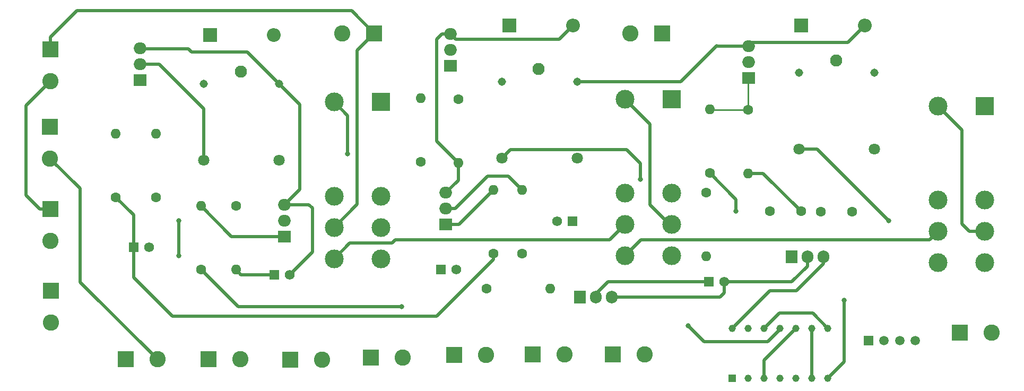
<source format=gbr>
%TF.GenerationSoftware,KiCad,Pcbnew,7.0.5*%
%TF.CreationDate,2024-01-10T23:37:05+05:30*%
%TF.ProjectId,Shutdown Circuit,53687574-646f-4776-9e20-436972637569,rev?*%
%TF.SameCoordinates,Original*%
%TF.FileFunction,Copper,L2,Bot*%
%TF.FilePolarity,Positive*%
%FSLAX46Y46*%
G04 Gerber Fmt 4.6, Leading zero omitted, Abs format (unit mm)*
G04 Created by KiCad (PCBNEW 7.0.5) date 2024-01-10 23:37:05*
%MOMM*%
%LPD*%
G01*
G04 APERTURE LIST*
%TA.AperFunction,ComponentPad*%
%ADD10C,1.600000*%
%TD*%
%TA.AperFunction,ComponentPad*%
%ADD11R,2.000000X1.905000*%
%TD*%
%TA.AperFunction,ComponentPad*%
%ADD12O,2.000000X1.905000*%
%TD*%
%TA.AperFunction,ComponentPad*%
%ADD13R,1.905000X2.000000*%
%TD*%
%TA.AperFunction,ComponentPad*%
%ADD14O,1.905000X2.000000*%
%TD*%
%TA.AperFunction,ComponentPad*%
%ADD15O,1.600000X1.600000*%
%TD*%
%TA.AperFunction,ComponentPad*%
%ADD16R,2.600000X2.600000*%
%TD*%
%TA.AperFunction,ComponentPad*%
%ADD17C,2.600000*%
%TD*%
%TA.AperFunction,ComponentPad*%
%ADD18C,1.308000*%
%TD*%
%TA.AperFunction,ComponentPad*%
%ADD19C,1.950000*%
%TD*%
%TA.AperFunction,ComponentPad*%
%ADD20C,1.800000*%
%TD*%
%TA.AperFunction,ComponentPad*%
%ADD21C,1.575000*%
%TD*%
%TA.AperFunction,ComponentPad*%
%ADD22R,1.575000X1.575000*%
%TD*%
%TA.AperFunction,ComponentPad*%
%ADD23R,2.200000X2.200000*%
%TD*%
%TA.AperFunction,ComponentPad*%
%ADD24O,2.200000X2.200000*%
%TD*%
%TA.AperFunction,ComponentPad*%
%ADD25C,3.000000*%
%TD*%
%TA.AperFunction,ComponentPad*%
%ADD26R,3.000000X3.000000*%
%TD*%
%TA.AperFunction,ComponentPad*%
%ADD27R,1.170000X1.170000*%
%TD*%
%TA.AperFunction,ComponentPad*%
%ADD28C,1.170000*%
%TD*%
%TA.AperFunction,ComponentPad*%
%ADD29R,1.508000X1.508000*%
%TD*%
%TA.AperFunction,ComponentPad*%
%ADD30C,1.508000*%
%TD*%
%TA.AperFunction,ViaPad*%
%ADD31C,0.800000*%
%TD*%
%TA.AperFunction,Conductor*%
%ADD32C,0.500000*%
%TD*%
%TA.AperFunction,Conductor*%
%ADD33C,0.250000*%
%TD*%
%TA.AperFunction,Conductor*%
%ADD34C,0.200000*%
%TD*%
G04 APERTURE END LIST*
D10*
%TO.P,C2,2*%
%TO.N,SDC-*%
X174026200Y-60497600D03*
%TO.P,C2,1*%
%TO.N,+5V*%
X169026200Y-60497600D03*
%TD*%
D11*
%TO.P,Q7,1,G*%
%TO.N,Net-(Q7-G)*%
X83413600Y-64465200D03*
D12*
%TO.P,Q7,2,D*%
%TO.N,Net-(Q7-D)*%
X83413600Y-61925200D03*
%TO.P,Q7,3,S*%
%TO.N,SDC-*%
X83413600Y-59385200D03*
%TD*%
D13*
%TO.P,Q5,1,G*%
%TO.N,Net-(Q5-G)*%
X130581400Y-74147800D03*
D14*
%TO.P,Q5,2,D*%
%TO.N,Net-(Q5-D)*%
X133121400Y-74147800D03*
%TO.P,Q5,3,S*%
%TO.N,SDC-*%
X135661400Y-74147800D03*
%TD*%
D11*
%TO.P,Q3,1,G*%
%TO.N,Net-(Q3-G)*%
X109174400Y-62585600D03*
D12*
%TO.P,Q3,2,D*%
%TO.N,Net-(Q3-D)*%
X109174400Y-60045600D03*
%TO.P,Q3,3,S*%
%TO.N,SDC-*%
X109174400Y-57505600D03*
%TD*%
D10*
%TO.P,C1,2*%
%TO.N,SDC-*%
X165847400Y-60472200D03*
%TO.P,C1,1*%
%TO.N,Trac In*%
X160847400Y-60472200D03*
%TD*%
%TO.P,R3,1*%
%TO.N,Net-(Q4-G)*%
X62890400Y-58216800D03*
D15*
%TO.P,R3,2*%
%TO.N,SDC-*%
X62890400Y-48056800D03*
%TD*%
D16*
%TO.P,J4,1,Pin_1*%
%TO.N,Net-(J3-Pin_2)*%
X110510400Y-83413800D03*
D17*
%TO.P,J4,2,Pin_2*%
%TO.N,Net-(J4-Pin_2)*%
X115590400Y-83413800D03*
%TD*%
D16*
%TO.P,J15,1,Pin_1*%
%TO.N,Net-(J15-Pin_1)*%
X58064400Y-84099400D03*
D17*
%TO.P,J15,2,Pin_2*%
%TO.N,SDC+*%
X63144400Y-84099400D03*
%TD*%
D18*
%TO.P,K1,COIL1*%
%TO.N,SDC-*%
X130117900Y-39752500D03*
%TO.P,K1,COIL2*%
%TO.N,reset*%
X118117900Y-39752500D03*
D19*
%TO.P,K1,COM*%
%TO.N,Net-(K1-PadCOM)*%
X123997900Y-37752500D03*
D20*
%TO.P,K1,NC*%
%TO.N,unconnected-(K1-PadNC)*%
X130117900Y-51952500D03*
%TO.P,K1,NO*%
%TO.N,Net-(Q1-D)*%
X118117900Y-51952500D03*
%TD*%
D21*
%TO.P,J17,2,2*%
%TO.N,SDC-*%
X153599200Y-71738000D03*
D22*
%TO.P,J17,1,1*%
%TO.N,Net-(Q5-D)*%
X151099200Y-71738000D03*
%TD*%
D10*
%TO.P,R6,1*%
%TO.N,BSPD fault*%
X116763800Y-67233800D03*
D15*
%TO.P,R6,2*%
%TO.N,Net-(Q3-G)*%
X116763800Y-57073800D03*
%TD*%
D16*
%TO.P,J1,1,Pin_1*%
%TO.N,Net-(J1-Pin_1)*%
X191180800Y-79832400D03*
D17*
%TO.P,J1,2,Pin_2*%
%TO.N,Net-(J1-Pin_2)*%
X196260800Y-79832400D03*
%TD*%
D23*
%TO.P,D2,1,K*%
%TO.N,reset*%
X119311700Y-30819700D03*
D24*
%TO.P,D2,2,A*%
%TO.N,SDC-*%
X129471700Y-30819700D03*
%TD*%
D11*
%TO.P,Q2,1,G*%
%TO.N,Net-(Q2-G)*%
X157480000Y-39166800D03*
D12*
%TO.P,Q2,2,D*%
%TO.N,Net-(Q2-D)*%
X157480000Y-36626800D03*
%TO.P,Q2,3,S*%
%TO.N,SDC-*%
X157480000Y-34086800D03*
%TD*%
D11*
%TO.P,Q4,1,G*%
%TO.N,Net-(Q4-G)*%
X60381000Y-39547800D03*
D12*
%TO.P,Q4,2,D*%
%TO.N,Net-(Q4-D)*%
X60381000Y-37007800D03*
%TO.P,Q4,3,S*%
%TO.N,SDC-*%
X60381000Y-34467800D03*
%TD*%
D16*
%TO.P,J7,1,Pin_1*%
%TO.N,Net-(J6-Pin_2)*%
X71297800Y-84099400D03*
D17*
%TO.P,J7,2,Pin_2*%
%TO.N,Net-(J15-Pin_1)*%
X76377800Y-84099400D03*
%TD*%
D10*
%TO.P,R11,1*%
%TO.N,Trac In*%
X121361200Y-67233800D03*
D15*
%TO.P,R11,2*%
%TO.N,Net-(Q3-D)*%
X121361200Y-57073800D03*
%TD*%
D22*
%TO.P,J16,1,1*%
%TO.N,Net-(Q3-D)*%
X108345600Y-69748400D03*
D21*
%TO.P,J16,2,2*%
%TO.N,SDC-*%
X110845600Y-69748400D03*
%TD*%
D17*
%TO.P,J11,2,Pin_2*%
%TO.N,SDC+*%
X46022614Y-52022798D03*
D16*
%TO.P,J11,1,Pin_1*%
%TO.N,SDC-*%
X46022614Y-46942798D03*
%TD*%
D18*
%TO.P,K3,COIL1*%
%TO.N,SDC-*%
X177557200Y-38371400D03*
%TO.P,K3,COIL2*%
%TO.N,reset*%
X165557200Y-38371400D03*
D19*
%TO.P,K3,COM*%
%TO.N,Net-(K3-PadCOM)*%
X171437200Y-36371400D03*
D20*
%TO.P,K3,NC*%
%TO.N,unconnected-(K3-PadNC)*%
X177557200Y-50571400D03*
%TO.P,K3,NO*%
%TO.N,Net-(Q2-D)*%
X165557200Y-50571400D03*
%TD*%
D10*
%TO.P,R12,1*%
%TO.N,Trac In*%
X150723600Y-57480200D03*
D15*
%TO.P,R12,2*%
%TO.N,Net-(Q5-D)*%
X150723600Y-67640200D03*
%TD*%
D16*
%TO.P,J5,1,Pin_1*%
%TO.N,Net-(J4-Pin_2)*%
X97226200Y-83845600D03*
D17*
%TO.P,J5,2,Pin_2*%
%TO.N,Net-(J5-Pin_2)*%
X102306200Y-83845600D03*
%TD*%
D11*
%TO.P,Q1,1,G*%
%TO.N,Net-(Q1-G)*%
X109911000Y-37236400D03*
D12*
%TO.P,Q1,2,D*%
%TO.N,Net-(Q1-D)*%
X109911000Y-34696400D03*
%TO.P,Q1,3,S*%
%TO.N,SDC-*%
X109911000Y-32156400D03*
%TD*%
D10*
%TO.P,R8,1*%
%TO.N,Net-(Q2-G)*%
X157429200Y-44246800D03*
D15*
%TO.P,R8,2*%
%TO.N,SDC-*%
X157429200Y-54406800D03*
%TD*%
D22*
%TO.P,J14,1,1*%
%TO.N,Net-(Q7-D)*%
X81782600Y-70595000D03*
D21*
%TO.P,J14,2,2*%
%TO.N,SDC-*%
X84282600Y-70595000D03*
%TD*%
D10*
%TO.P,R1,1*%
%TO.N,AMS Fault*%
X70078600Y-69773800D03*
D15*
%TO.P,R1,2*%
%TO.N,Net-(Q7-G)*%
X70078600Y-59613800D03*
%TD*%
D18*
%TO.P,K7,COIL1*%
%TO.N,SDC-*%
X82555600Y-40153400D03*
%TO.P,K7,COIL2*%
%TO.N,reset*%
X70555600Y-40153400D03*
D19*
%TO.P,K7,COM*%
%TO.N,Net-(K2-Pad11)*%
X76435600Y-38153400D03*
D20*
%TO.P,K7,NC*%
%TO.N,unconnected-(K7-PadNC)*%
X82555600Y-52353400D03*
%TO.P,K7,NO*%
%TO.N,Net-(Q4-D)*%
X70555600Y-52353400D03*
%TD*%
D23*
%TO.P,D3,1,K*%
%TO.N,reset*%
X165869900Y-30845100D03*
D24*
%TO.P,D3,2,A*%
%TO.N,SDC-*%
X176029900Y-30845100D03*
%TD*%
D16*
%TO.P,J3,1,Pin_1*%
%TO.N,Net-(J2-Pin_2)*%
X123063000Y-83312000D03*
D17*
%TO.P,J3,2,Pin_2*%
%TO.N,Net-(J3-Pin_2)*%
X128143000Y-83312000D03*
%TD*%
D25*
%TO.P,K4,11*%
%TO.N,Net-(K1-PadCOM)*%
X145218800Y-62581800D03*
%TO.P,K4,12*%
%TO.N,unconnected-(K4-Pad12)*%
X145218800Y-57581800D03*
%TO.P,K4,14*%
%TO.N,Net-(Q1-D)*%
X145218800Y-67581800D03*
%TO.P,K4,21*%
%TO.N,IMD In*%
X137718800Y-62581800D03*
%TO.P,K4,22*%
%TO.N,unconnected-(K4-Pad22)*%
X137718800Y-57581800D03*
%TO.P,K4,24*%
%TO.N,AMS In*%
X137718800Y-67581800D03*
D26*
%TO.P,K4,A1*%
%TO.N,Trac In*%
X145218800Y-42581800D03*
D25*
%TO.P,K4,A2*%
%TO.N,Net-(K1-PadCOM)*%
X137718800Y-42581800D03*
%TD*%
D16*
%TO.P,J2,1,Pin_1*%
%TO.N,Net-(J1-Pin_2)*%
X135834200Y-83261400D03*
D17*
%TO.P,J2,2,Pin_2*%
%TO.N,Net-(J2-Pin_2)*%
X140914200Y-83261400D03*
%TD*%
D10*
%TO.P,R7,1*%
%TO.N,AMS Fault*%
X151282400Y-54381400D03*
D15*
%TO.P,R7,2*%
%TO.N,Net-(Q2-G)*%
X151282400Y-44221400D03*
%TD*%
D16*
%TO.P,J10,1,Pin_1*%
%TO.N,Trac In*%
X46099014Y-60104998D03*
D17*
%TO.P,J10,2,Pin_2*%
%TO.N,SDC-*%
X46099014Y-65184998D03*
%TD*%
D16*
%TO.P,J22,1,Pin_1*%
%TO.N,SDC-*%
X46149814Y-73135198D03*
D17*
%TO.P,J22,2,Pin_2*%
%TO.N,Net-(J15-Pin_1)*%
X46149814Y-78215198D03*
%TD*%
D13*
%TO.P,U2,1,IN*%
%TO.N,Trac In*%
X164338000Y-67741800D03*
D14*
%TO.P,U2,2,GND*%
%TO.N,SDC-*%
X166878000Y-67741800D03*
%TO.P,U2,3,OUT*%
%TO.N,+5V*%
X169418000Y-67741800D03*
%TD*%
D22*
%TO.P,J13,1,1*%
%TO.N,BMS5*%
X129416100Y-62069200D03*
D21*
%TO.P,J13,2,2*%
%TO.N,unconnected-(J13-Pad2)*%
X126916100Y-62069200D03*
%TD*%
D27*
%TO.P,U1,1,1A*%
%TO.N,BMS1*%
X154889200Y-87071200D03*
D28*
%TO.P,U1,2,1B*%
%TO.N,BMS2*%
X157429200Y-87071200D03*
%TO.P,U1,3,1Y*%
%TO.N,out1*%
X159969200Y-87071200D03*
%TO.P,U1,4,2A*%
%TO.N,BMS3*%
X162509200Y-87071200D03*
%TO.P,U1,5,2B*%
%TO.N,BMS4*%
X165049200Y-87071200D03*
%TO.P,U1,6,2Y*%
%TO.N,out2*%
X167589200Y-87071200D03*
%TO.P,U1,7,GND*%
%TO.N,SDC-*%
X170129200Y-87071200D03*
%TO.P,U1,8,3Y*%
%TO.N,out3*%
X170129200Y-79131200D03*
%TO.P,U1,9,3A*%
%TO.N,out2*%
X167589200Y-79131200D03*
%TO.P,U1,10,3B*%
%TO.N,out1*%
X165049200Y-79131200D03*
%TO.P,U1,11,4Y*%
%TO.N,AMS Fault*%
X162509200Y-79131200D03*
%TO.P,U1,12,4A*%
%TO.N,out3*%
X159969200Y-79131200D03*
%TO.P,U1,13,4B*%
%TO.N,BMS5*%
X157429200Y-79131200D03*
%TO.P,U1,14,VCC*%
%TO.N,+5V*%
X154889200Y-79131200D03*
%TD*%
D16*
%TO.P,J6,1,Pin_1*%
%TO.N,Net-(J5-Pin_2)*%
X84353400Y-84150200D03*
D17*
%TO.P,J6,2,Pin_2*%
%TO.N,Net-(J6-Pin_2)*%
X89433400Y-84150200D03*
%TD*%
D10*
%TO.P,R4,1*%
%TO.N,IMD Fault*%
X105130600Y-52527200D03*
D15*
%TO.P,R4,2*%
%TO.N,Net-(Q1-G)*%
X105130600Y-42367200D03*
%TD*%
D10*
%TO.P,R5,1*%
%TO.N,Net-(Q1-G)*%
X111150400Y-42545000D03*
D15*
%TO.P,R5,2*%
%TO.N,SDC-*%
X111150400Y-52705000D03*
%TD*%
D16*
%TO.P,J9,1,Pin_1*%
%TO.N,Trac In*%
X143692800Y-32080000D03*
D17*
%TO.P,J9,2,Pin_2*%
%TO.N,reset*%
X138612800Y-32080000D03*
%TD*%
D22*
%TO.P,J12,1,1*%
%TO.N,BSPD fault*%
X59326700Y-66200800D03*
D21*
%TO.P,J12,2,2*%
%TO.N,IMD Fault*%
X61826700Y-66200800D03*
%TD*%
D29*
%TO.P,J19,1,1*%
%TO.N,BMS1*%
X176596900Y-81059800D03*
D30*
%TO.P,J19,2,2*%
%TO.N,BMS2*%
X179096900Y-81059800D03*
%TO.P,J19,3,3*%
%TO.N,BMS3*%
X181596900Y-81059800D03*
%TO.P,J19,4,4*%
%TO.N,BMS4*%
X184096900Y-81059800D03*
%TD*%
D10*
%TO.P,R9,1*%
%TO.N,IMD Fault*%
X115620800Y-72821800D03*
D15*
%TO.P,R9,2*%
%TO.N,Net-(Q5-G)*%
X125780800Y-72821800D03*
%TD*%
D23*
%TO.P,D1,1,K*%
%TO.N,reset*%
X71526400Y-32308800D03*
D24*
%TO.P,D1,2,A*%
%TO.N,SDC-*%
X81686400Y-32308800D03*
%TD*%
D25*
%TO.P,K5,11*%
%TO.N,Net-(K3-PadCOM)*%
X195198100Y-63664500D03*
%TO.P,K5,12*%
%TO.N,unconnected-(K5-Pad12)*%
X195198100Y-58664500D03*
%TO.P,K5,14*%
%TO.N,Net-(Q2-D)*%
X195198100Y-68664500D03*
%TO.P,K5,21*%
%TO.N,AMS In*%
X187698100Y-63664500D03*
%TO.P,K5,22*%
%TO.N,unconnected-(K5-Pad22)*%
X187698100Y-58664500D03*
%TO.P,K5,24*%
%TO.N,Net-(J1-Pin_1)*%
X187698100Y-68664500D03*
D26*
%TO.P,K5,A1*%
%TO.N,Trac In*%
X195198100Y-43664500D03*
D25*
%TO.P,K5,A2*%
%TO.N,Net-(K3-PadCOM)*%
X187698100Y-43664500D03*
%TD*%
D16*
%TO.P,J18,1,Pin_1*%
%TO.N,BSPD In*%
X97724562Y-32035638D03*
D17*
%TO.P,J18,2,Pin_2*%
%TO.N,SDC-*%
X92644562Y-32035638D03*
%TD*%
D10*
%TO.P,R2,1*%
%TO.N,BSPD fault*%
X56489600Y-58216800D03*
D15*
%TO.P,R2,2*%
%TO.N,Net-(Q4-G)*%
X56489600Y-48056800D03*
%TD*%
D17*
%TO.P,J8,2,Pin_2*%
%TO.N,Trac In*%
X46073814Y-39662998D03*
D16*
%TO.P,J8,1,Pin_1*%
%TO.N,BSPD In*%
X46073814Y-34582998D03*
%TD*%
D25*
%TO.P,K2,11*%
%TO.N,Net-(K2-Pad11)*%
X98830500Y-63029500D03*
%TO.P,K2,12*%
%TO.N,unconnected-(K2-Pad12)*%
X98830500Y-58029500D03*
%TO.P,K2,14*%
%TO.N,Net-(Q4-D)*%
X98830500Y-68029500D03*
%TO.P,K2,21*%
%TO.N,BSPD In*%
X91330500Y-63029500D03*
%TO.P,K2,22*%
%TO.N,unconnected-(K2-Pad22)*%
X91330500Y-58029500D03*
%TO.P,K2,24*%
%TO.N,IMD In*%
X91330500Y-68029500D03*
D26*
%TO.P,K2,A1*%
%TO.N,Trac In*%
X98830500Y-43029500D03*
D25*
%TO.P,K2,A2*%
%TO.N,Net-(K2-Pad11)*%
X91330500Y-43029500D03*
%TD*%
D10*
%TO.P,R10,1*%
%TO.N,Trac In*%
X75666600Y-59613800D03*
D15*
%TO.P,R10,2*%
%TO.N,Net-(Q7-D)*%
X75666600Y-69773800D03*
%TD*%
D31*
%TO.N,AMS Fault*%
X102108000Y-75692000D03*
X147828000Y-78740000D03*
%TO.N,Net-(Q4-D)*%
X66548000Y-61976000D03*
X66548000Y-67564000D03*
%TO.N,Net-(Q1-D)*%
X140208000Y-55372000D03*
%TO.N,Net-(K2-Pad11)*%
X93472000Y-51308000D03*
%TO.N,Net-(Q2-D)*%
X179832000Y-61976000D03*
%TO.N,AMS Fault*%
X155448000Y-60452000D03*
%TO.N,SDC-*%
X172720000Y-74676000D03*
%TD*%
D32*
%TO.N,AMS Fault*%
X162509200Y-79298800D02*
X162509200Y-79131200D01*
X160528000Y-81280000D02*
X162509200Y-79298800D01*
X150368000Y-81280000D02*
X160528000Y-81280000D01*
X147828000Y-78740000D02*
X150368000Y-81280000D01*
X75996800Y-75692000D02*
X102108000Y-75692000D01*
X70078600Y-69773800D02*
X75996800Y-75692000D01*
%TO.N,Net-(Q4-D)*%
X66548000Y-61976000D02*
X66548000Y-67564000D01*
%TO.N,SDC-*%
X111150400Y-55529600D02*
X109174400Y-57505600D01*
X111150400Y-52705000D02*
X111150400Y-55529600D01*
%TO.N,Net-(Q3-D)*%
X110642400Y-60045600D02*
X115824000Y-54864000D01*
X115824000Y-54864000D02*
X119151400Y-54864000D01*
X109174400Y-60045600D02*
X110642400Y-60045600D01*
X119151400Y-54864000D02*
X121361200Y-57073800D01*
%TO.N,BSPD fault*%
X116763800Y-68148200D02*
X116763800Y-67233800D01*
X65532000Y-77216000D02*
X107696000Y-77216000D01*
X59326700Y-71010700D02*
X65532000Y-77216000D01*
X59326700Y-66200800D02*
X59326700Y-71010700D01*
X107696000Y-77216000D02*
X116763800Y-68148200D01*
%TO.N,Net-(Q1-D)*%
X118117900Y-51952500D02*
X119467900Y-50602500D01*
X119467900Y-50602500D02*
X137978500Y-50602500D01*
X137978500Y-50602500D02*
X140208000Y-52832000D01*
X140208000Y-52832000D02*
X140208000Y-55372000D01*
%TO.N,SDC-*%
X87884000Y-66993600D02*
X84282600Y-70595000D01*
X87884000Y-59944000D02*
X87884000Y-66993600D01*
X87325200Y-59385200D02*
X87884000Y-59944000D01*
X83413600Y-59385200D02*
X87325200Y-59385200D01*
%TO.N,Trac In*%
X44356998Y-60104998D02*
X46099014Y-60104998D01*
X42164000Y-57912000D02*
X44356998Y-60104998D01*
X42164000Y-43572812D02*
X42164000Y-57912000D01*
X46073814Y-39662998D02*
X42164000Y-43572812D01*
%TO.N,AMS In*%
X140276600Y-65024000D02*
X137718800Y-67581800D01*
X186338600Y-65024000D02*
X140276600Y-65024000D01*
X187698100Y-63664500D02*
X186338600Y-65024000D01*
%TO.N,IMD In*%
X93828000Y-65532000D02*
X91330500Y-68029500D01*
X100584000Y-65532000D02*
X93828000Y-65532000D01*
X101092000Y-65024000D02*
X100584000Y-65532000D01*
X135276600Y-65024000D02*
X101092000Y-65024000D01*
X137718800Y-62581800D02*
X135276600Y-65024000D01*
%TO.N,SDC-*%
X158038800Y-33528000D02*
X157480000Y-34086800D01*
X173347000Y-33528000D02*
X158038800Y-33528000D01*
X176029900Y-30845100D02*
X173347000Y-33528000D01*
X77454200Y-35052000D02*
X82555600Y-40153400D01*
X68580000Y-35052000D02*
X77454200Y-35052000D01*
X68072000Y-34544000D02*
X68580000Y-35052000D01*
X60457200Y-34544000D02*
X68072000Y-34544000D01*
X60381000Y-34467800D02*
X60457200Y-34544000D01*
X166878000Y-69241800D02*
X166878000Y-67741800D01*
X164381800Y-71738000D02*
X166878000Y-69241800D01*
X153599200Y-71738000D02*
X164381800Y-71738000D01*
%TO.N,Net-(K2-Pad11)*%
X93472000Y-45171000D02*
X91330500Y-43029500D01*
X93472000Y-51308000D02*
X93472000Y-45171000D01*
%TO.N,Net-(Q7-G)*%
X83413600Y-64465200D02*
X74930000Y-64465200D01*
X74930000Y-64465200D02*
X70078600Y-59613800D01*
%TO.N,Net-(Q7-D)*%
X81782600Y-70595000D02*
X76487800Y-70595000D01*
X76487800Y-70595000D02*
X75666600Y-69773800D01*
%TO.N,Net-(Q5-D)*%
X135018000Y-71738000D02*
X151099200Y-71738000D01*
X133121400Y-73634600D02*
X135018000Y-71738000D01*
X133121400Y-74147800D02*
X133121400Y-73634600D01*
%TO.N,SDC-*%
X153599200Y-73476800D02*
X153599200Y-71738000D01*
X152928200Y-74147800D02*
X153599200Y-73476800D01*
X135661400Y-74147800D02*
X152928200Y-74147800D01*
%TO.N,BSPD fault*%
X59326700Y-61053900D02*
X56489600Y-58216800D01*
X59326700Y-66200800D02*
X59326700Y-61053900D01*
%TO.N,Net-(Q4-D)*%
X70555600Y-44139600D02*
X70555600Y-52353400D01*
X63423800Y-37007800D02*
X70555600Y-44139600D01*
X60381000Y-37007800D02*
X63423800Y-37007800D01*
%TO.N,SDC-*%
X82555600Y-40153400D02*
X85852000Y-43449800D01*
X85852000Y-43449800D02*
X85852000Y-56946800D01*
X85852000Y-56946800D02*
X83413600Y-59385200D01*
X107696000Y-49250600D02*
X111150400Y-52705000D01*
X107696000Y-33020000D02*
X107696000Y-49250600D01*
X108559600Y-32156400D02*
X107696000Y-33020000D01*
X109911000Y-32156400D02*
X108559600Y-32156400D01*
%TO.N,Net-(Q3-G)*%
X111252000Y-62585600D02*
X116763800Y-57073800D01*
X109174400Y-62585600D02*
X111252000Y-62585600D01*
%TO.N,BSPD In*%
X50292000Y-28448000D02*
X94136924Y-28448000D01*
X46073814Y-32666186D02*
X50292000Y-28448000D01*
X46073814Y-34582998D02*
X46073814Y-32666186D01*
X94136924Y-28448000D02*
X97724562Y-32035638D01*
X94996000Y-34764200D02*
X97724562Y-32035638D01*
X94996000Y-59364000D02*
X94996000Y-34764200D01*
X91330500Y-63029500D02*
X94996000Y-59364000D01*
%TO.N,SDC-*%
X152450800Y-34086800D02*
X157480000Y-34086800D01*
X152400000Y-34036000D02*
X152450800Y-34086800D01*
X146683500Y-39752500D02*
X152400000Y-34036000D01*
X130117900Y-39752500D02*
X146683500Y-39752500D01*
X127271400Y-33020000D02*
X129471700Y-30819700D01*
X110774600Y-33020000D02*
X127271400Y-33020000D01*
X109911000Y-32156400D02*
X110774600Y-33020000D01*
%TO.N,Net-(Q2-D)*%
X168427400Y-50571400D02*
X179832000Y-61976000D01*
X165557200Y-50571400D02*
X168427400Y-50571400D01*
%TO.N,Net-(K1-PadCOM)*%
X144877800Y-62581800D02*
X145218800Y-62581800D01*
X141732000Y-59436000D02*
X144877800Y-62581800D01*
X141732000Y-46595000D02*
X141732000Y-59436000D01*
X137718800Y-42581800D02*
X141732000Y-46595000D01*
%TO.N,AMS Fault*%
X155448000Y-58547000D02*
X151282400Y-54381400D01*
X155448000Y-60452000D02*
X155448000Y-58547000D01*
%TO.N,SDC-*%
X159782000Y-54406800D02*
X165847400Y-60472200D01*
X157429200Y-54406800D02*
X159782000Y-54406800D01*
D33*
%TO.N,Net-(Q2-G)*%
X151307800Y-44246800D02*
X151282400Y-44221400D01*
X157429200Y-44246800D02*
X151307800Y-44246800D01*
X157429200Y-39217600D02*
X157480000Y-39166800D01*
X157429200Y-44246800D02*
X157429200Y-39217600D01*
D32*
%TO.N,Net-(K3-PadCOM)*%
X191516000Y-47482400D02*
X187698100Y-43664500D01*
X191516000Y-62484000D02*
X191516000Y-47482400D01*
X192696500Y-63664500D02*
X191516000Y-62484000D01*
X195198100Y-63664500D02*
X192696500Y-63664500D01*
%TO.N,SDC-*%
X172720000Y-84480400D02*
X172720000Y-74676000D01*
X170129200Y-87071200D02*
X172720000Y-84480400D01*
%TO.N,SDC+*%
X50800000Y-71755000D02*
X50800000Y-56800184D01*
X63144400Y-84099400D02*
X50800000Y-71755000D01*
X50800000Y-56800184D02*
X46022614Y-52022798D01*
%TO.N,+5V*%
X169418000Y-68834000D02*
X169418000Y-67741800D01*
X165100000Y-73152000D02*
X169418000Y-68834000D01*
X154889200Y-79131200D02*
X160868400Y-73152000D01*
X160868400Y-73152000D02*
X165100000Y-73152000D01*
%TO.N,out3*%
X162392400Y-76708000D02*
X159969200Y-79131200D01*
X167706000Y-76708000D02*
X162392400Y-76708000D01*
X170129200Y-79131200D02*
X167706000Y-76708000D01*
%TO.N,out1*%
X159969200Y-84211200D02*
X165049200Y-79131200D01*
X159969200Y-87071200D02*
X159969200Y-84211200D01*
%TO.N,out2*%
X167589200Y-87071200D02*
X167589200Y-79131200D01*
D33*
%TO.N,BSPD In*%
X92506800Y-62128400D02*
X92506800Y-63470800D01*
D34*
%TO.N,SDC-*%
X110998000Y-52857400D02*
X111150400Y-52705000D01*
%TD*%
M02*

</source>
